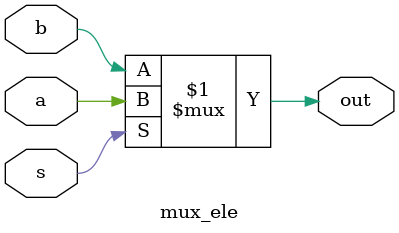
<source format=v>
`timescale 1ns / 1ns
module mux32(
    input [31:0] din_1,
    input [31:0] din_0,
    output [31:0] dout,
    input select
    );
	 
mux_ele M0(din_1[0],din_0[0],dout[0],select);
mux_ele M1(din_1[1],din_0[1],dout[1],select);
mux_ele M2(din_1[2],din_0[2],dout[2],select);
mux_ele M3(din_1[3],din_0[3],dout[3],select);
mux_ele M4(din_1[4],din_0[4],dout[4],select);
mux_ele M5(din_1[5],din_0[5],dout[5],select);
mux_ele M6(din_1[6],din_0[6],dout[6],select);
mux_ele M7(din_1[7],din_0[7],dout[7],select);
mux_ele M8(din_1[8],din_0[8],dout[8],select);
mux_ele M9(din_1[9],din_0[9],dout[9],select);
mux_ele M10(din_1[10],din_0[10],dout[10],select);
mux_ele M11(din_1[11],din_0[11],dout[11],select);
mux_ele M12(din_1[12],din_0[12],dout[12],select);
mux_ele M13(din_1[13],din_0[13],dout[13],select);
mux_ele M14(din_1[14],din_0[14],dout[14],select);
mux_ele M15(din_1[15],din_0[15],dout[15],select);
mux_ele M16(din_1[16],din_0[16],dout[16],select);
mux_ele M17(din_1[17],din_0[17],dout[17],select);
mux_ele M18(din_1[18],din_0[18],dout[18],select);
mux_ele M19(din_1[19],din_0[19],dout[19],select);
mux_ele M20(din_1[20],din_0[20],dout[20],select);
mux_ele M21(din_1[21],din_0[21],dout[21],select);
mux_ele M22(din_1[22],din_0[22],dout[22],select);
mux_ele M23(din_1[23],din_0[23],dout[23],select);
mux_ele M24(din_1[24],din_0[24],dout[24],select);
mux_ele M25(din_1[25],din_0[25],dout[25],select);
mux_ele M26(din_1[26],din_0[26],dout[26],select);
mux_ele M27(din_1[27],din_0[27],dout[27],select);
mux_ele M28(din_1[28],din_0[28],dout[28],select);
mux_ele M29(din_1[29],din_0[29],dout[29],select);
mux_ele M30(din_1[30],din_0[30],dout[30],select);
mux_ele M31(din_1[31],din_0[31],dout[31],select);

endmodule

module mux5(
    input [4:0] din_1,
    input [4:0] din_0,
    output [4:0] dout,
    input select
    );
	 
mux_ele M0(din_1[0],din_0[0],dout[0],select);
mux_ele M1(din_1[1],din_0[1],dout[1],select);
mux_ele M2(din_1[2],din_0[2],dout[2],select);
mux_ele M3(din_1[3],din_0[3],dout[3],select);
mux_ele M4(din_1[4],din_0[4],dout[4],select);

endmodule

module mux_ele(
    input a,
    input b,
    output out,
	 input s
    );
assign out = s? a:b;
endmodule

</source>
